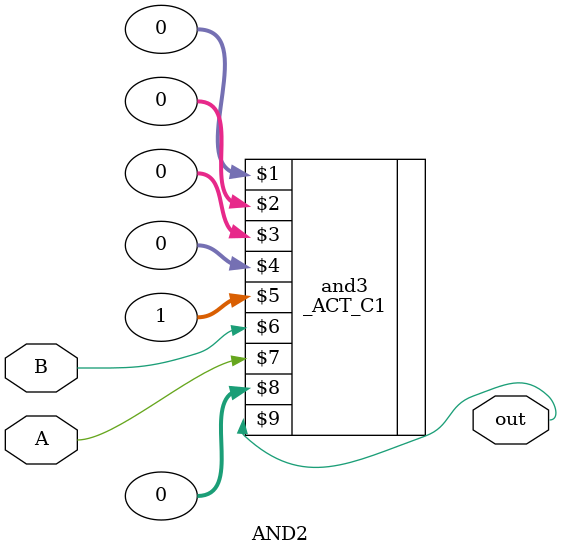
<source format=v>
module AND2 (
    input A, B,

    output out
);

    _ACT_C1 and3(0, 0, 0, 0, 1, B, A, 0, out);

endmodule
</source>
